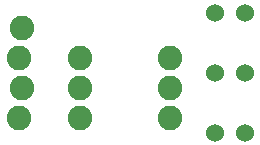
<source format=gbr>
G04 EAGLE Gerber RS-274X export*
G75*
%MOMM*%
%FSLAX34Y34*%
%LPD*%
%INSoldermask Top*%
%IPPOS*%
%AMOC8*
5,1,8,0,0,1.08239X$1,22.5*%
G01*
%ADD10C,1.524000*%
%ADD11C,2.082800*%


D10*
X203200Y152400D03*
X228600Y152400D03*
X203200Y101600D03*
X228600Y101600D03*
X203200Y50800D03*
X228600Y50800D03*
D11*
X36830Y63500D03*
X39370Y88900D03*
X36830Y114300D03*
X39370Y139700D03*
X88900Y114300D03*
X165100Y114300D03*
X88900Y88900D03*
X165100Y88900D03*
X88900Y63500D03*
X165100Y63500D03*
M02*

</source>
